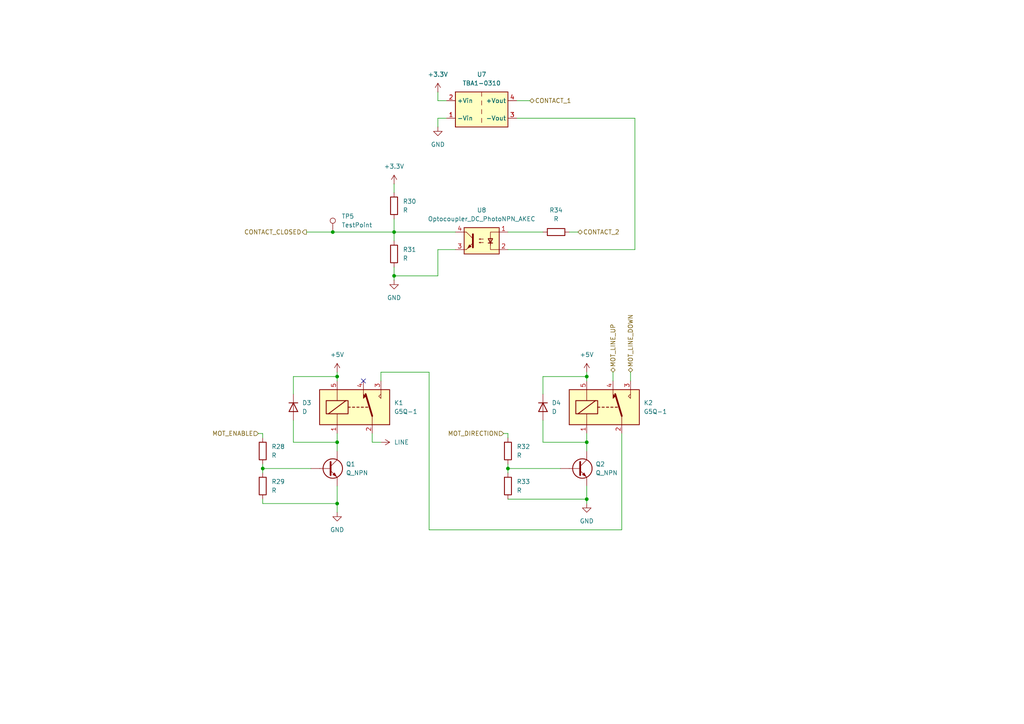
<source format=kicad_sch>
(kicad_sch (version 20250114) (generator "eeschema") (generator_version "9.0")
  (paper "A4")
  (title_block (title "iot-contact"))
  (lib_symbols
    (symbol "Connector:TestPoint" (pin_numbers (hide yes)) (pin_names (offset 0.762) (hide yes))
      (property "Reference" "TP" (at 0 6.858 0))
      (property "Value" "TestPoint" (at 0 5.08 0))
      (symbol "TestPoint_0_1"
        (circle (center 0 3.302) (radius 0.762))
      )
      (symbol "TestPoint_1_1"
        (pin passive line (at 0 0 90) (length 2.54) (name "1") (number "1"))
      )
    )
    (symbol "Converter_DCDC:TBA1-0310"
      (property "Reference" "U" (at -6.858 6.35 0))
      (property "Value" "TBA1-0310" (at 1.524 6.35 0))
      (symbol "TBA1-0310_0_0"
        (pin power_in line (at -10.16 2.54 0) (length 2.54) (name "+Vin") (number "2"))
        (pin power_in line (at -10.16 -2.54 0) (length 2.54) (name "-Vin") (number "1"))
        (pin power_out line (at 10.16 2.54 180) (length 2.54) (name "+Vout") (number "4"))
        (pin power_out line (at 10.16 -2.54 180) (length 2.54) (name "-Vout") (number "3"))
      )
      (symbol "TBA1-0310_0_1"
        (rectangle (start -7.62 5.08) (end 7.62 -5.08) (stroke (width 0.254)) (fill (type background)))
        (polyline (pts (xy 0 5.08) (xy 0 3.81)))
        (polyline (pts (xy 0 2.54) (xy 0 1.27)))
        (polyline (pts (xy 0 0) (xy 0 -1.27)))
        (polyline (pts (xy 0 -2.54) (xy 0 -3.81)))
      )
    )
    (symbol "Device:D" (pin_numbers (hide yes)) (pin_names (offset 1.016) (hide yes))
      (property "Reference" "D" (at 0 2.54 0))
      (property "Value" "D" (at 0 -2.54 0))
      (symbol "D_0_1"
        (polyline (pts (xy -1.27 1.27) (xy -1.27 -1.27)) (stroke (width 0.254)))
        (polyline (pts (xy 1.27 1.27) (xy 1.27 -1.27) (xy -1.27 0) (xy 1.27 1.27)) (stroke (width 0.254)))
        (polyline (pts (xy 1.27 0) (xy -1.27 0)))
      )
      (symbol "D_1_1"
        (pin passive line (at -3.81 0 0) (length 2.54) (name "K") (number "1"))
        (pin passive line (at 3.81 0 180) (length 2.54) (name "A") (number "2"))
      )
    )
    (symbol "Device:Q_NPN" (pin_numbers (hide yes)) (pin_names (offset 0) (hide yes))
      (property "Reference" "Q" (at 5.08 1.27 0))
      (property "Value" "Q_NPN" (at 5.08 -1.27 0))
      (symbol "Q_NPN_0_1"
        (polyline (pts (xy -2.54 0) (xy 0.635 0)))
        (polyline (pts (xy 0.635 1.905) (xy 0.635 -1.905)) (stroke (width 0.508)))
        (polyline (pts (xy 0.635 0.635) (xy 2.54 2.54)))
        (polyline (pts (xy 0.635 -0.635) (xy 2.54 -2.54)))
        (circle (center 1.27 0) (radius 2.8194) (stroke (width 0.254)))
        (polyline (pts (xy 1.27 -1.778) (xy 1.778 -1.27) (xy 2.286 -2.286) (xy 1.27 -1.778)) (fill (type outline)))
      )
      (symbol "Q_NPN_1_1"
        (pin input line (at -5.08 0 0) (length 2.54) (name "B") (number "B"))
        (pin passive line (at 2.54 5.08 270) (length 2.54) (name "C") (number "C"))
        (pin passive line (at 2.54 -5.08 90) (length 2.54) (name "E") (number "E"))
      )
    )
    (symbol "Device:R" (pin_numbers (hide yes)) (pin_names (offset 0))
      (property "Reference" "R" (at 2.032 0 90))
      (property "Value" "R" (at 0 0 90))
      (symbol "R_0_1"
        (rectangle (start -1.016 -2.54) (end 1.016 2.54) (stroke (width 0.254)))
      )
      (symbol "R_1_1"
        (pin passive line (at 0 3.81 270) (length 1.27) (name "~") (number "1"))
        (pin passive line (at 0 -3.81 90) (length 1.27) (name "~") (number "2"))
      )
    )
    (symbol "Isolator:Optocoupler_DC_PhotoNPN_AKEC"
      (property "Reference" "U" (at -5.08 5.08 0))
      (property "Value" "Optocoupler_DC_PhotoNPN_AKEC" (at 0 5.08 0))
      (symbol "Optocoupler_DC_PhotoNPN_AKEC_0_1"
        (rectangle (start -5.08 3.81) (end 5.08 -3.81) (stroke (width 0.254)) (fill (type background)))
        (polyline (pts (xy -5.08 2.54) (xy -2.54 2.54) (xy -2.54 -1.27) (xy -2.54 0.635)))
        (polyline (pts (xy -3.175 -0.635) (xy -1.905 -0.635)) (stroke (width 0.254)))
        (polyline (pts (xy -2.54 -0.635) (xy -2.54 -2.54) (xy -5.08 -2.54)))
        (polyline (pts (xy -2.54 -0.635) (xy -3.175 0.635) (xy -1.905 0.635) (xy -2.54 -0.635)) (stroke (width 0.254)))
        (polyline (pts (xy -0.508 0.508) (xy 0.762 0.508) (xy 0.381 0.381) (xy 0.381 0.635) (xy 0.762 0.508)))
        (polyline (pts (xy -0.508 -0.508) (xy 0.762 -0.508) (xy 0.381 -0.635) (xy 0.381 -0.381) (xy 0.762 -0.508)))
        (polyline (pts (xy 2.54 1.905) (xy 2.54 -1.905)) (stroke (width 0.508)))
        (polyline (pts (xy 2.54 0.635) (xy 4.445 2.54)))
        (polyline (pts (xy 3.048 -1.651) (xy 3.556 -1.143) (xy 4.064 -2.159) (xy 3.048 -1.651)) (fill (type outline)))
        (polyline (pts (xy 4.445 2.54) (xy 5.08 2.54)))
        (polyline (pts (xy 4.445 -2.54) (xy 2.54 -0.635)) (fill (type outline)))
        (polyline (pts (xy 4.445 -2.54) (xy 5.08 -2.54)))
      )
      (symbol "Optocoupler_DC_PhotoNPN_AKEC_1_1"
        (pin passive line (at -7.62 2.54 0) (length 2.54) (name "~") (number "1"))
        (pin passive line (at -7.62 -2.54 0) (length 2.54) (name "~") (number "2"))
        (pin passive line (at 7.62 2.54 180) (length 2.54) (name "~") (number "4"))
        (pin passive line (at 7.62 -2.54 180) (length 2.54) (name "~") (number "3"))
      )
    )
    (symbol "Relay:G5Q-1"
      (property "Reference" "K" (at 11.43 3.81 0))
      (property "Value" "G5Q-1" (at 11.43 1.27 0))
      (symbol "G5Q-1_0_0"
        (polyline (pts (xy 7.62 5.08) (xy 7.62 2.54) (xy 6.985 3.175) (xy 7.62 3.81)))
      )
      (symbol "G5Q-1_0_1"
        (rectangle (start -10.16 5.08) (end 10.16 -5.08) (stroke (width 0.254)) (fill (type background)))
        (rectangle (start -8.255 1.905) (end -1.905 -1.905) (stroke (width 0.254)))
        (polyline (pts (xy -7.62 -1.905) (xy -2.54 1.905)) (stroke (width 0.254)))
        (polyline (pts (xy -5.08 5.08) (xy -5.08 1.905)))
        (polyline (pts (xy -5.08 -5.08) (xy -5.08 -1.905)))
        (polyline (pts (xy -1.905 0) (xy -1.27 0)) (stroke (width 0.254)))
        (polyline (pts (xy -0.635 0) (xy 0 0)) (stroke (width 0.254)))
        (polyline (pts (xy 0.635 0) (xy 1.27 0)) (stroke (width 0.254)))
        (polyline (pts (xy 1.905 0) (xy 2.54 0)) (stroke (width 0.254)))
        (polyline (pts (xy 2.54 5.08) (xy 2.54 2.54) (xy 3.175 3.175) (xy 2.54 3.81)) (fill (type outline)))
        (polyline (pts (xy 3.175 0) (xy 3.81 0)) (stroke (width 0.254)))
        (polyline (pts (xy 5.08 -2.54) (xy 3.175 3.81)) (stroke (width 0.508)))
        (polyline (pts (xy 5.08 -2.54) (xy 5.08 -5.08)))
      )
      (symbol "G5Q-1_1_1"
        (pin passive line (at -5.08 7.62 270) (length 2.54) (name "~") (number "5"))
        (pin passive line (at -5.08 -7.62 90) (length 2.54) (name "~") (number "1"))
        (pin passive line (at 2.54 7.62 270) (length 2.54) (name "~") (number "4"))
        (pin passive line (at 5.08 -7.62 90) (length 2.54) (name "~") (number "2"))
        (pin passive line (at 7.62 7.62 270) (length 2.54) (name "~") (number "3"))
      )
    )
    (symbol "power:+3.3V" (power) (pin_numbers (hide yes)) (pin_names (offset 0) (hide yes))
      (property "Value" "+3.3V" (at 0 3.556 0))
      (symbol "+3.3V_0_1"
        (polyline (pts (xy -0.762 1.27) (xy 0 2.54)))
        (polyline (pts (xy 0 2.54) (xy 0.762 1.27)))
        (polyline (pts (xy 0 0) (xy 0 2.54)))
      )
      (symbol "+3.3V_1_1"
        (pin power_in line (at 0 0 90) (length 0) (name "~") (number "1"))
      )
    )
    (symbol "power:+5V" (power) (pin_numbers (hide yes)) (pin_names (offset 0) (hide yes))
      (property "Value" "+5V" (at 0 3.556 0))
      (symbol "+5V_0_1"
        (polyline (pts (xy -0.762 1.27) (xy 0 2.54)))
        (polyline (pts (xy 0 2.54) (xy 0.762 1.27)))
        (polyline (pts (xy 0 0) (xy 0 2.54)))
      )
      (symbol "+5V_1_1"
        (pin power_in line (at 0 0 90) (length 0) (name "~") (number "1"))
      )
    )
    (symbol "power:GND" (power) (pin_numbers (hide yes)) (pin_names (offset 0) (hide yes))
      (property "Value" "GND" (at 0 -3.81 0))
      (symbol "GND_0_1"
        (polyline (pts (xy 0 0) (xy 0 -1.27) (xy 1.27 -1.27) (xy 0 -2.54) (xy -1.27 -1.27) (xy 0 -1.27)))
      )
      (symbol "GND_1_1"
        (pin power_in line (at 0 0 270) (length 0) (name "~") (number "1"))
      )
    )
    (symbol "power:LINE" (power) (pin_numbers (hide yes)) (pin_names (offset 0) (hide yes))
      (property "Value" "LINE" (at 0 3.556 0))
      (symbol "LINE_0_1"
        (polyline (pts (xy -0.762 1.27) (xy 0 2.54)))
        (polyline (pts (xy 0 2.54) (xy 0.762 1.27)))
        (polyline (pts (xy 0 0) (xy 0 2.54)))
      )
      (symbol "LINE_1_1"
        (pin power_in line (at 0 0 90) (length 0) (name "~") (number "1"))
      )
    )
  )
  (junction (at 114.3 80.01))
  (junction (at 114.3 67.31))
  (junction (at 97.79 109.22))
  (junction (at 76.2 135.89))
  (junction (at 170.18 144.78))
  (junction (at 147.32 135.89))
  (junction (at 170.18 109.22))
  (junction (at 96.52 67.31))
  (junction (at 97.79 146.05))
  (junction (at 97.79 128.27))
  (junction (at 170.18 128.27))
  (no_connect (at 105.41 110.49))
  (wire (pts (xy 170.18 107.95) (xy 170.18 109.22)))
  (wire (pts (xy 76.2 125.73) (xy 74.93 125.73)))
  (wire (pts (xy 97.79 128.27) (xy 97.79 130.81)))
  (wire (pts (xy 85.09 109.22) (xy 97.79 109.22)))
  (wire (pts (xy 97.79 146.05) (xy 97.79 148.59)))
  (wire (pts (xy 97.79 140.97) (xy 97.79 146.05)))
  (wire (pts (xy 147.32 67.31) (xy 157.48 67.31)))
  (wire (pts (xy 149.86 34.29) (xy 184.15 34.29)))
  (wire (pts (xy 85.09 121.92) (xy 85.09 128.27)))
  (wire (pts (xy 114.3 67.31) (xy 114.3 63.5)))
  (wire (pts (xy 147.32 125.73) (xy 146.05 125.73)))
  (wire (pts (xy 76.2 135.89) (xy 76.2 137.16)))
  (wire (pts (xy 170.18 144.78) (xy 170.18 146.05)))
  (wire (pts (xy 76.2 135.89) (xy 76.2 134.62)))
  (wire (pts (xy 114.3 67.31) (xy 114.3 69.85)))
  (wire (pts (xy 124.46 107.95) (xy 124.46 153.67)))
  (wire (pts (xy 114.3 77.47) (xy 114.3 80.01)))
  (wire (pts (xy 182.88 107.95) (xy 182.88 110.49)))
  (wire (pts (xy 88.9 67.31) (xy 96.52 67.31)))
  (wire (pts (xy 114.3 53.34) (xy 114.3 55.88)))
  (wire (pts (xy 76.2 146.05) (xy 97.79 146.05)))
  (wire (pts (xy 157.48 109.22) (xy 170.18 109.22)))
  (wire (pts (xy 162.56 135.89) (xy 147.32 135.89)))
  (wire (pts (xy 129.54 34.29) (xy 127 34.29)))
  (wire (pts (xy 110.49 128.27) (xy 107.95 128.27)))
  (wire (pts (xy 114.3 80.01) (xy 114.3 81.28)))
  (wire (pts (xy 97.79 109.22) (xy 97.79 110.49)))
  (wire (pts (xy 127 29.21) (xy 127 26.67)))
  (wire (pts (xy 170.18 140.97) (xy 170.18 144.78)))
  (wire (pts (xy 97.79 107.95) (xy 97.79 109.22)))
  (wire (pts (xy 184.15 72.39) (xy 147.32 72.39)))
  (wire (pts (xy 114.3 67.31) (xy 132.08 67.31)))
  (wire (pts (xy 147.32 134.62) (xy 147.32 135.89)))
  (wire (pts (xy 127 80.01) (xy 114.3 80.01)))
  (wire (pts (xy 157.48 114.3) (xy 157.48 109.22)))
  (wire (pts (xy 90.17 135.89) (xy 76.2 135.89)))
  (wire (pts (xy 149.86 29.21) (xy 153.67 29.21)))
  (wire (pts (xy 157.48 128.27) (xy 170.18 128.27)))
  (wire (pts (xy 170.18 125.73) (xy 170.18 128.27)))
  (wire (pts (xy 170.18 128.27) (xy 170.18 130.81)))
  (wire (pts (xy 147.32 144.78) (xy 170.18 144.78)))
  (wire (pts (xy 96.52 67.31) (xy 114.3 67.31)))
  (wire (pts (xy 147.32 135.89) (xy 147.32 137.16)))
  (wire (pts (xy 127 72.39) (xy 127 80.01)))
  (wire (pts (xy 184.15 34.29) (xy 184.15 72.39)))
  (wire (pts (xy 165.1 67.31) (xy 167.64 67.31)))
  (wire (pts (xy 129.54 29.21) (xy 127 29.21)))
  (wire (pts (xy 97.79 125.73) (xy 97.79 128.27)))
  (wire (pts (xy 170.18 109.22) (xy 170.18 110.49)))
  (wire (pts (xy 180.34 153.67) (xy 180.34 125.73)))
  (wire (pts (xy 177.8 107.95) (xy 177.8 110.49)))
  (wire (pts (xy 85.09 128.27) (xy 97.79 128.27)))
  (wire (pts (xy 76.2 127) (xy 76.2 125.73)))
  (wire (pts (xy 107.95 128.27) (xy 107.95 125.73)))
  (wire (pts (xy 110.49 107.95) (xy 124.46 107.95)))
  (wire (pts (xy 157.48 121.92) (xy 157.48 128.27)))
  (wire (pts (xy 147.32 127) (xy 147.32 125.73)))
  (wire (pts (xy 110.49 110.49) (xy 110.49 107.95)))
  (wire (pts (xy 127 34.29) (xy 127 36.83)))
  (wire (pts (xy 132.08 72.39) (xy 127 72.39)))
  (wire (pts (xy 76.2 144.78) (xy 76.2 146.05)))
  (wire (pts (xy 85.09 114.3) (xy 85.09 109.22)))
  (wire (pts (xy 124.46 153.67) (xy 180.34 153.67)))
  (hierarchical_label "CONTACT_1" (shape bidirectional) (at 153.67 29.21 0))
  (hierarchical_label "CONTACT_2" (shape bidirectional) (at 167.64 67.31 0))
  (hierarchical_label "MOT_ENABLE" (shape input) (at 74.93 125.73 180))
  (hierarchical_label "MOT_LINE_DOWN" (shape bidirectional) (at 182.88 107.95 90))
  (hierarchical_label "MOT_LINE_UP" (shape bidirectional) (at 177.8 107.95 90))
  (hierarchical_label "CONTACT_CLOSED" (shape output) (at 88.9 67.31 180))
  (hierarchical_label "MOT_DIRECTION" (shape input) (at 146.05 125.73 180))
  (symbol (lib_id "Isolator:Optocoupler_DC_PhotoNPN_AKEC") (at 139.7 69.85 0) (mirror y) (unit 1)
    (property "Reference" "U8" (at 139.7 60.96 0))
    (property "Value" "Optocoupler_DC_PhotoNPN_AKEC" (at 139.7 63.5 0))
    (property "Description" "Generic DC optocoupler with NPN phototransistor output, pins order: anode/cathode/emitter/collector" (effects (hide yes)))
  )
  (symbol (lib_id "power:LINE") (at 110.49 128.27 270) (unit 1)
    (property "Reference" "#PWR040" (effects (hide yes)))
    (property "Value" "LINE" (at 114.3 128.2699 90) (effects (justify left)))
    (property "Description" "Power symbol creates a global label with name \"LINE\"" (effects (hide yes)))
  )
  (symbol (lib_id "Device:R") (at 76.2 140.97 0) (unit 1)
    (property "Reference" "R29" (at 78.74 139.6999 0) (effects (justify left)))
    (property "Value" "R" (at 78.74 142.2399 0) (effects (justify left)))
    (property "Description" "Resistor" (effects (hide yes)))
  )
  (symbol (lib_id "Device:Q_NPN") (at 167.64 135.89 0) (unit 1)
    (property "Reference" "Q2" (at 172.72 134.6199 0) (effects (justify left)))
    (property "Value" "Q_NPN" (at 172.72 137.1599 0) (effects (justify left)))
    (property "Description" "NPN bipolar junction transistor" (effects (hide yes)))
  )
  (symbol (lib_id "Device:R") (at 76.2 130.81 0) (unit 1)
    (property "Reference" "R28" (at 78.74 129.5399 0) (effects (justify left)))
    (property "Value" "R" (at 78.74 132.0799 0) (effects (justify left)))
    (property "Description" "Resistor" (effects (hide yes)))
  )
  (symbol (lib_id "Relay:G5Q-1") (at 175.26 118.11 0) (unit 1)
    (property "Reference" "K2" (at 186.69 116.8399 0) (effects (justify left)))
    (property "Value" "G5Q-1" (at 186.69 119.3799 0) (effects (justify left)))
    (property "Footprint" "Relay_THT:Relay_SPDT_Omron-G5Q-1" (effects (hide yes)))
    (property "Datasheet" "https://www.omron.com/ecb/products/pdf/en-g5q.pdf" (effects (hide yes)))
    (property "Description" "Omron G5G relay, Miniature Single Pole, SPDT, 10A" (effects (hide yes)))
  )
  (symbol (lib_id "power:+5V") (at 170.18 107.95 0) (unit 1)
    (property "Reference" "#PWR045" (effects (hide yes)))
    (property "Value" "+5V" (at 170.18 102.87 0))
    (property "Description" "Power symbol creates a global label with name \"+5V\"" (effects (hide yes)))
  )
  (symbol (lib_id "power:GND") (at 114.3 81.28 0) (unit 1)
    (property "Reference" "#PWR042" (effects (hide yes)))
    (property "Value" "GND" (at 114.3 86.36 0))
    (property "Description" "Power symbol creates a global label with name \"GND\" , ground" (effects (hide yes)))
  )
  (symbol (lib_id "Device:R") (at 161.29 67.31 90) (unit 1)
    (property "Reference" "R34" (at 161.29 60.96 90))
    (property "Value" "R" (at 161.29 63.5 90))
    (property "Description" "Resistor" (effects (hide yes)))
  )
  (symbol (lib_id "Relay:G5Q-1") (at 102.87 118.11 0) (unit 1)
    (property "Reference" "K1" (at 114.3 116.8399 0) (effects (justify left)))
    (property "Value" "G5Q-1" (at 114.3 119.3799 0) (effects (justify left)))
    (property "Footprint" "Relay_THT:Relay_SPDT_Omron-G5Q-1" (effects (hide yes)))
    (property "Datasheet" "https://www.omron.com/ecb/products/pdf/en-g5q.pdf" (effects (hide yes)))
    (property "Description" "Omron G5G relay, Miniature Single Pole, SPDT, 10A" (effects (hide yes)))
  )
  (symbol (lib_id "Device:R") (at 114.3 73.66 0) (unit 1)
    (property "Reference" "R31" (at 116.84 72.3899 0) (effects (justify left)))
    (property "Value" "R" (at 116.84 74.9299 0) (effects (justify left)))
    (property "Description" "Resistor" (effects (hide yes)))
  )
  (symbol (lib_id "power:GND") (at 170.18 146.05 0) (unit 1)
    (property "Reference" "#PWR046" (effects (hide yes)))
    (property "Value" "GND" (at 170.18 151.13 0))
    (property "Description" "Power symbol creates a global label with name \"GND\" , ground" (effects (hide yes)))
  )
  (symbol (lib_id "power:+5V") (at 97.79 107.95 0) (unit 1)
    (property "Reference" "#PWR038" (effects (hide yes)))
    (property "Value" "+5V" (at 97.79 102.87 0))
    (property "Description" "Power symbol creates a global label with name \"+5V\"" (effects (hide yes)))
  )
  (symbol (lib_id "Connector:TestPoint") (at 96.52 67.31 0) (unit 1)
    (property "Reference" "TP5" (at 99.06 62.7379 0) (effects (justify left)))
    (property "Value" "TestPoint" (at 99.06 65.2779 0) (effects (justify left)))
    (property "Description" "test point" (effects (hide yes)))
  )
  (symbol (lib_id "Device:D") (at 157.48 118.11 270) (unit 1)
    (property "Reference" "D4" (at 160.02 116.8399 90) (effects (justify left)))
    (property "Value" "D" (at 160.02 119.3799 90) (effects (justify left)))
    (property "Description" "Diode" (effects (hide yes)))
    (property "Sim.Device" "D" (effects (hide yes)))
    (property "Sim.Pins" "1=K 2=A" (effects (hide yes)))
  )
  (symbol (lib_id "power:GND") (at 97.79 148.59 0) (unit 1)
    (property "Reference" "#PWR039" (effects (hide yes)))
    (property "Value" "GND" (at 97.79 153.67 0))
    (property "Description" "Power symbol creates a global label with name \"GND\" , ground" (effects (hide yes)))
  )
  (symbol (lib_id "power:GND") (at 127 36.83 0) (unit 1)
    (property "Reference" "#PWR044" (effects (hide yes)))
    (property "Value" "GND" (at 127 41.91 0))
    (property "Description" "Power symbol creates a global label with name \"GND\" , ground" (effects (hide yes)))
  )
  (symbol (lib_id "power:+3.3V") (at 114.3 53.34 0) (unit 1)
    (property "Reference" "#PWR041" (effects (hide yes)))
    (property "Value" "+3.3V" (at 114.3 48.26 0))
    (property "Description" "Power symbol creates a global label with name \"+3.3V\"" (effects (hide yes)))
  )
  (symbol (lib_id "power:+3.3V") (at 127 26.67 0) (unit 1)
    (property "Reference" "#PWR043" (effects (hide yes)))
    (property "Value" "+3.3V" (at 127 21.59 0))
    (property "Description" "Power symbol creates a global label with name \"+3.3V\"" (effects (hide yes)))
  )
  (symbol (lib_id "Converter_DCDC:TBA1-0310") (at 139.7 31.75 0) (unit 1)
    (property "Reference" "U7" (at 139.7 21.59 0))
    (property "Value" "TBA1-0310" (at 139.7 24.13 0))
    (property "Footprint" "Converter_DCDC:Converter_DCDC_TRACO_TBA1-xxxx_THT" (effects (hide yes)))
    (property "Datasheet" "https://www.tracopower.com/products/tba1.pdf" (effects (hide yes)))
    (property "Description" "1W DC/DC converter unregulated, 2.97-3.63V input, 3.3V fixed output voltage, 260mA output, 1.5kVDC isolation, SIP-4" (effects (hide yes)))
  )
  (symbol (lib_id "Device:R") (at 147.32 140.97 0) (unit 1)
    (property "Reference" "R33" (at 149.86 139.6999 0) (effects (justify left)))
    (property "Value" "R" (at 149.86 142.2399 0) (effects (justify left)))
    (property "Description" "Resistor" (effects (hide yes)))
  )
  (symbol (lib_id "Device:R") (at 114.3 59.69 0) (unit 1)
    (property "Reference" "R30" (at 116.84 58.4199 0) (effects (justify left)))
    (property "Value" "R" (at 116.84 60.9599 0) (effects (justify left)))
    (property "Description" "Resistor" (effects (hide yes)))
  )
  (symbol (lib_id "Device:D") (at 85.09 118.11 270) (unit 1)
    (property "Reference" "D3" (at 87.63 116.8399 90) (effects (justify left)))
    (property "Value" "D" (at 87.63 119.3799 90) (effects (justify left)))
    (property "Description" "Diode" (effects (hide yes)))
    (property "Sim.Device" "D" (effects (hide yes)))
    (property "Sim.Pins" "1=K 2=A" (effects (hide yes)))
  )
  (symbol (lib_id "Device:R") (at 147.32 130.81 0) (unit 1)
    (property "Reference" "R32" (at 149.86 129.5399 0) (effects (justify left)))
    (property "Value" "R" (at 149.86 132.0799 0) (effects (justify left)))
    (property "Description" "Resistor" (effects (hide yes)))
  )
  (symbol (lib_id "Device:Q_NPN") (at 95.25 135.89 0) (unit 1)
    (property "Reference" "Q1" (at 100.33 134.6199 0) (effects (justify left)))
    (property "Value" "Q_NPN" (at 100.33 137.1599 0) (effects (justify left)))
    (property "Description" "NPN bipolar junction transistor" (effects (hide yes)))
  )
)
</source>
